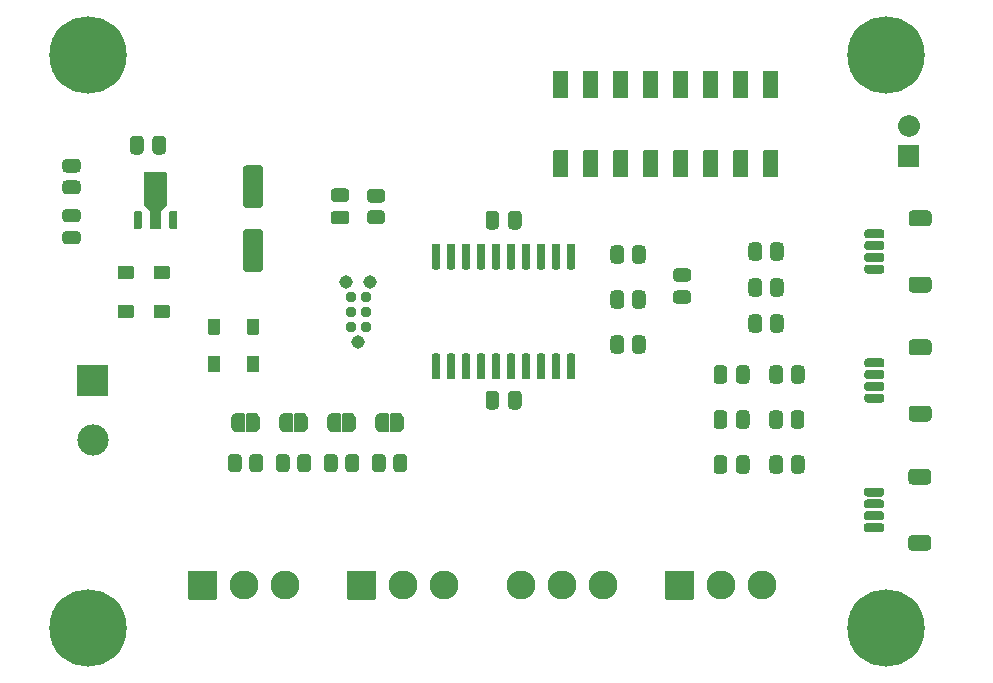
<source format=gts>
G04 #@! TF.GenerationSoftware,KiCad,Pcbnew,6.0.2+dfsg-1*
G04 #@! TF.CreationDate,2024-04-05T20:37:34-06:00*
G04 #@! TF.ProjectId,ckt-iiab,636b742d-6969-4616-922e-6b696361645f,rev?*
G04 #@! TF.SameCoordinates,Original*
G04 #@! TF.FileFunction,Soldermask,Top*
G04 #@! TF.FilePolarity,Negative*
%FSLAX46Y46*%
G04 Gerber Fmt 4.6, Leading zero omitted, Abs format (unit mm)*
G04 Created by KiCad (PCBNEW 6.0.2+dfsg-1) date 2024-04-05 20:37:34*
%MOMM*%
%LPD*%
G01*
G04 APERTURE LIST*
%ADD10C,2.452400*%
%ADD11C,6.552400*%
%ADD12O,1.852400X1.852400*%
%ADD13C,1.143000*%
%ADD14C,0.939800*%
%ADD15C,2.652400*%
G04 APERTURE END LIST*
G36*
G01*
X64229000Y-142476200D02*
X63279000Y-142476200D01*
G75*
G02*
X62952800Y-142150000I0J326200D01*
G01*
X62952800Y-141650000D01*
G75*
G02*
X63279000Y-141323800I326200J0D01*
G01*
X64229000Y-141323800D01*
G75*
G02*
X64555200Y-141650000I0J-326200D01*
G01*
X64555200Y-142150000D01*
G75*
G02*
X64229000Y-142476200I-326200J0D01*
G01*
G37*
G36*
G01*
X64229000Y-140576200D02*
X63279000Y-140576200D01*
G75*
G02*
X62952800Y-140250000I0J326200D01*
G01*
X62952800Y-139750000D01*
G75*
G02*
X63279000Y-139423800I326200J0D01*
G01*
X64229000Y-139423800D01*
G75*
G02*
X64555200Y-139750000I0J-326200D01*
G01*
X64555200Y-140250000D01*
G75*
G02*
X64229000Y-140576200I-326200J0D01*
G01*
G37*
G36*
G01*
X86636800Y-145484000D02*
X86636800Y-144584000D01*
G75*
G02*
X86963000Y-144257800I326200J0D01*
G01*
X87488000Y-144257800D01*
G75*
G02*
X87814200Y-144584000I0J-326200D01*
G01*
X87814200Y-145484000D01*
G75*
G02*
X87488000Y-145810200I-326200J0D01*
G01*
X86963000Y-145810200D01*
G75*
G02*
X86636800Y-145484000I0J326200D01*
G01*
G37*
G36*
G01*
X88461800Y-145484000D02*
X88461800Y-144584000D01*
G75*
G02*
X88788000Y-144257800I326200J0D01*
G01*
X89313000Y-144257800D01*
G75*
G02*
X89639200Y-144584000I0J-326200D01*
G01*
X89639200Y-145484000D01*
G75*
G02*
X89313000Y-145810200I-326200J0D01*
G01*
X88788000Y-145810200D01*
G75*
G02*
X88461800Y-145484000I0J326200D01*
G01*
G37*
G36*
G01*
X109623000Y-146656200D02*
X108373000Y-146656200D01*
G75*
G02*
X108146800Y-146430000I0J226200D01*
G01*
X108146800Y-146130000D01*
G75*
G02*
X108373000Y-145903800I226200J0D01*
G01*
X109623000Y-145903800D01*
G75*
G02*
X109849200Y-146130000I0J-226200D01*
G01*
X109849200Y-146430000D01*
G75*
G02*
X109623000Y-146656200I-226200J0D01*
G01*
G37*
G36*
G01*
X109623000Y-145656200D02*
X108373000Y-145656200D01*
G75*
G02*
X108146800Y-145430000I0J226200D01*
G01*
X108146800Y-145130000D01*
G75*
G02*
X108373000Y-144903800I226200J0D01*
G01*
X109623000Y-144903800D01*
G75*
G02*
X109849200Y-145130000I0J-226200D01*
G01*
X109849200Y-145430000D01*
G75*
G02*
X109623000Y-145656200I-226200J0D01*
G01*
G37*
G36*
G01*
X109623000Y-144656200D02*
X108373000Y-144656200D01*
G75*
G02*
X108146800Y-144430000I0J226200D01*
G01*
X108146800Y-144130000D01*
G75*
G02*
X108373000Y-143903800I226200J0D01*
G01*
X109623000Y-143903800D01*
G75*
G02*
X109849200Y-144130000I0J-226200D01*
G01*
X109849200Y-144430000D01*
G75*
G02*
X109623000Y-144656200I-226200J0D01*
G01*
G37*
G36*
G01*
X109623000Y-143656200D02*
X108373000Y-143656200D01*
G75*
G02*
X108146800Y-143430000I0J226200D01*
G01*
X108146800Y-143130000D01*
G75*
G02*
X108373000Y-142903800I226200J0D01*
G01*
X109623000Y-142903800D01*
G75*
G02*
X109849200Y-143130000I0J-226200D01*
G01*
X109849200Y-143430000D01*
G75*
G02*
X109623000Y-143656200I-226200J0D01*
G01*
G37*
G36*
G01*
X113523000Y-142656200D02*
X112223000Y-142656200D01*
G75*
G02*
X111896800Y-142330000I0J326200D01*
G01*
X111896800Y-141630000D01*
G75*
G02*
X112223000Y-141303800I326200J0D01*
G01*
X113523000Y-141303800D01*
G75*
G02*
X113849200Y-141630000I0J-326200D01*
G01*
X113849200Y-142330000D01*
G75*
G02*
X113523000Y-142656200I-326200J0D01*
G01*
G37*
G36*
G01*
X113523000Y-148256200D02*
X112223000Y-148256200D01*
G75*
G02*
X111896800Y-147930000I0J326200D01*
G01*
X111896800Y-147230000D01*
G75*
G02*
X112223000Y-146903800I326200J0D01*
G01*
X113523000Y-146903800D01*
G75*
G02*
X113849200Y-147230000I0J-326200D01*
G01*
X113849200Y-147930000D01*
G75*
G02*
X113523000Y-148256200I-326200J0D01*
G01*
G37*
G36*
G01*
X66443800Y-163137000D02*
X66443800Y-162237000D01*
G75*
G02*
X66770000Y-161910800I326200J0D01*
G01*
X67295000Y-161910800D01*
G75*
G02*
X67621200Y-162237000I0J-326200D01*
G01*
X67621200Y-163137000D01*
G75*
G02*
X67295000Y-163463200I-326200J0D01*
G01*
X66770000Y-163463200D01*
G75*
G02*
X66443800Y-163137000I0J326200D01*
G01*
G37*
G36*
G01*
X68268800Y-163137000D02*
X68268800Y-162237000D01*
G75*
G02*
X68595000Y-161910800I326200J0D01*
G01*
X69120000Y-161910800D01*
G75*
G02*
X69446200Y-162237000I0J-326200D01*
G01*
X69446200Y-163137000D01*
G75*
G02*
X69120000Y-163463200I-326200J0D01*
G01*
X68595000Y-163463200D01*
G75*
G02*
X68268800Y-163137000I0J326200D01*
G01*
G37*
G36*
G01*
X50899800Y-174181988D02*
X50899800Y-171881988D01*
G75*
G02*
X50976000Y-171805788I76200J0D01*
G01*
X53276000Y-171805788D01*
G75*
G02*
X53352200Y-171881988I0J-76200D01*
G01*
X53352200Y-174181988D01*
G75*
G02*
X53276000Y-174258188I-76200J0D01*
G01*
X50976000Y-174258188D01*
G75*
G02*
X50899800Y-174181988I0J76200D01*
G01*
G37*
D10*
X55626000Y-173031988D03*
X59126000Y-173031988D03*
G36*
G01*
X98427200Y-154719000D02*
X98427200Y-155669000D01*
G75*
G02*
X98101000Y-155995200I-326200J0D01*
G01*
X97601000Y-155995200D01*
G75*
G02*
X97274800Y-155669000I0J326200D01*
G01*
X97274800Y-154719000D01*
G75*
G02*
X97601000Y-154392800I326200J0D01*
G01*
X98101000Y-154392800D01*
G75*
G02*
X98427200Y-154719000I0J-326200D01*
G01*
G37*
G36*
G01*
X96527200Y-154719000D02*
X96527200Y-155669000D01*
G75*
G02*
X96201000Y-155995200I-326200J0D01*
G01*
X95701000Y-155995200D01*
G75*
G02*
X95374800Y-155669000I0J326200D01*
G01*
X95374800Y-154719000D01*
G75*
G02*
X95701000Y-154392800I326200J0D01*
G01*
X96201000Y-154392800D01*
G75*
G02*
X96527200Y-154719000I0J-326200D01*
G01*
G37*
G36*
X59715980Y-158449627D02*
G01*
X59742042Y-158494768D01*
X59743200Y-158508000D01*
X59743200Y-160008000D01*
X59725373Y-160056980D01*
X59680232Y-160083042D01*
X59667000Y-160084200D01*
X59167000Y-160084200D01*
X59152666Y-160078983D01*
X59085663Y-160077755D01*
X59064336Y-160074301D01*
X58929021Y-160032026D01*
X58909520Y-160022725D01*
X58791510Y-159944170D01*
X58775404Y-159929769D01*
X58684184Y-159821250D01*
X58672767Y-159802908D01*
X58615672Y-159673149D01*
X58609862Y-159652340D01*
X58592940Y-159522932D01*
X58591958Y-159521232D01*
X58590800Y-159508000D01*
X58590800Y-159008000D01*
X58591552Y-159005934D01*
X58591744Y-158990167D01*
X58613555Y-158850090D01*
X58619872Y-158829430D01*
X58680120Y-158701105D01*
X58691982Y-158683047D01*
X58785826Y-158576789D01*
X58802279Y-158562787D01*
X58922174Y-158487139D01*
X58941895Y-158478317D01*
X59078202Y-158439360D01*
X59099608Y-158436427D01*
X59147255Y-158436718D01*
X59153768Y-158432958D01*
X59167000Y-158431800D01*
X59667000Y-158431800D01*
X59715980Y-158449627D01*
G37*
G36*
X60481081Y-158436925D02*
G01*
X60541370Y-158437293D01*
X60562738Y-158440487D01*
X60698559Y-158481106D01*
X60718172Y-158490168D01*
X60837134Y-158567275D01*
X60853415Y-158581478D01*
X60945953Y-158688875D01*
X60957592Y-158707076D01*
X61016269Y-158836128D01*
X61022333Y-158856865D01*
X61042430Y-158997198D01*
X61043200Y-159008000D01*
X61043200Y-159508000D01*
X61043194Y-159508929D01*
X61043045Y-159521145D01*
X61041995Y-159532858D01*
X61018475Y-159672659D01*
X61011906Y-159693242D01*
X60950094Y-159820821D01*
X60938013Y-159838732D01*
X60842878Y-159943836D01*
X60826255Y-159957637D01*
X60705445Y-160031814D01*
X60685617Y-160040394D01*
X60548844Y-160077683D01*
X60527404Y-160080353D01*
X60486198Y-160079598D01*
X60480232Y-160083042D01*
X60467000Y-160084200D01*
X59967000Y-160084200D01*
X59918020Y-160066373D01*
X59891958Y-160021232D01*
X59890800Y-160008000D01*
X59890800Y-158508000D01*
X59908627Y-158459020D01*
X59953768Y-158432958D01*
X59967000Y-158431800D01*
X60467000Y-158431800D01*
X60481081Y-158436925D01*
G37*
D11*
X109982000Y-176657000D03*
G36*
G01*
X112813200Y-135807004D02*
X112813200Y-137507004D01*
G75*
G02*
X112737000Y-137583204I-76200J0D01*
G01*
X111037000Y-137583204D01*
G75*
G02*
X110960800Y-137507004I0J76200D01*
G01*
X110960800Y-135807004D01*
G75*
G02*
X111037000Y-135730804I76200J0D01*
G01*
X112737000Y-135730804D01*
G75*
G02*
X112813200Y-135807004I0J-76200D01*
G01*
G37*
D12*
X111887000Y-134117004D03*
G36*
G01*
X67252000Y-142471200D02*
X66352000Y-142471200D01*
G75*
G02*
X66025800Y-142145000I0J326200D01*
G01*
X66025800Y-141620000D01*
G75*
G02*
X66352000Y-141293800I326200J0D01*
G01*
X67252000Y-141293800D01*
G75*
G02*
X67578200Y-141620000I0J-326200D01*
G01*
X67578200Y-142145000D01*
G75*
G02*
X67252000Y-142471200I-326200J0D01*
G01*
G37*
G36*
G01*
X67252000Y-140646200D02*
X66352000Y-140646200D01*
G75*
G02*
X66025800Y-140320000I0J326200D01*
G01*
X66025800Y-139795000D01*
G75*
G02*
X66352000Y-139468800I326200J0D01*
G01*
X67252000Y-139468800D01*
G75*
G02*
X67578200Y-139795000I0J-326200D01*
G01*
X67578200Y-140320000D01*
G75*
G02*
X67252000Y-140646200I-326200J0D01*
G01*
G37*
G36*
G01*
X100075300Y-159454000D02*
X100075300Y-158554000D01*
G75*
G02*
X100401500Y-158227800I326200J0D01*
G01*
X100926500Y-158227800D01*
G75*
G02*
X101252700Y-158554000I0J-326200D01*
G01*
X101252700Y-159454000D01*
G75*
G02*
X100926500Y-159780200I-326200J0D01*
G01*
X100401500Y-159780200D01*
G75*
G02*
X100075300Y-159454000I0J326200D01*
G01*
G37*
G36*
G01*
X101900300Y-159454000D02*
X101900300Y-158554000D01*
G75*
G02*
X102226500Y-158227800I326200J0D01*
G01*
X102751500Y-158227800D01*
G75*
G02*
X103077700Y-158554000I0J-326200D01*
G01*
X103077700Y-159454000D01*
G75*
G02*
X102751500Y-159780200I-326200J0D01*
G01*
X102226500Y-159780200D01*
G75*
G02*
X101900300Y-159454000I0J326200D01*
G01*
G37*
D11*
X109982000Y-128143000D03*
G36*
G01*
X58315800Y-163137000D02*
X58315800Y-162237000D01*
G75*
G02*
X58642000Y-161910800I326200J0D01*
G01*
X59167000Y-161910800D01*
G75*
G02*
X59493200Y-162237000I0J-326200D01*
G01*
X59493200Y-163137000D01*
G75*
G02*
X59167000Y-163463200I-326200J0D01*
G01*
X58642000Y-163463200D01*
G75*
G02*
X58315800Y-163137000I0J326200D01*
G01*
G37*
G36*
G01*
X60140800Y-163137000D02*
X60140800Y-162237000D01*
G75*
G02*
X60467000Y-161910800I326200J0D01*
G01*
X60992000Y-161910800D01*
G75*
G02*
X61318200Y-162237000I0J-326200D01*
G01*
X61318200Y-163137000D01*
G75*
G02*
X60992000Y-163463200I-326200J0D01*
G01*
X60467000Y-163463200D01*
G75*
G02*
X60140800Y-163137000I0J326200D01*
G01*
G37*
G36*
G01*
X48041000Y-146032800D02*
X49241000Y-146032800D01*
G75*
G02*
X49317200Y-146109000I0J-76200D01*
G01*
X49317200Y-147009000D01*
G75*
G02*
X49241000Y-147085200I-76200J0D01*
G01*
X48041000Y-147085200D01*
G75*
G02*
X47964800Y-147009000I0J76200D01*
G01*
X47964800Y-146109000D01*
G75*
G02*
X48041000Y-146032800I76200J0D01*
G01*
G37*
G36*
G01*
X48041000Y-149332800D02*
X49241000Y-149332800D01*
G75*
G02*
X49317200Y-149409000I0J-76200D01*
G01*
X49317200Y-150309000D01*
G75*
G02*
X49241000Y-150385200I-76200J0D01*
G01*
X48041000Y-150385200D01*
G75*
G02*
X47964800Y-150309000I0J76200D01*
G01*
X47964800Y-149409000D01*
G75*
G02*
X48041000Y-149332800I76200J0D01*
G01*
G37*
G36*
G01*
X79123200Y-141638000D02*
X79123200Y-142588000D01*
G75*
G02*
X78797000Y-142914200I-326200J0D01*
G01*
X78297000Y-142914200D01*
G75*
G02*
X77970800Y-142588000I0J326200D01*
G01*
X77970800Y-141638000D01*
G75*
G02*
X78297000Y-141311800I326200J0D01*
G01*
X78797000Y-141311800D01*
G75*
G02*
X79123200Y-141638000I0J-326200D01*
G01*
G37*
G36*
G01*
X77223200Y-141638000D02*
X77223200Y-142588000D01*
G75*
G02*
X76897000Y-142914200I-326200J0D01*
G01*
X76397000Y-142914200D01*
G75*
G02*
X76070800Y-142588000I0J326200D01*
G01*
X76070800Y-141638000D01*
G75*
G02*
X76397000Y-141311800I326200J0D01*
G01*
X76897000Y-141311800D01*
G75*
G02*
X77223200Y-141638000I0J-326200D01*
G01*
G37*
G36*
G01*
X55838000Y-137459800D02*
X56938000Y-137459800D01*
G75*
G02*
X57264200Y-137786000I0J-326200D01*
G01*
X57264200Y-140786000D01*
G75*
G02*
X56938000Y-141112200I-326200J0D01*
G01*
X55838000Y-141112200D01*
G75*
G02*
X55511800Y-140786000I0J326200D01*
G01*
X55511800Y-137786000D01*
G75*
G02*
X55838000Y-137459800I326200J0D01*
G01*
G37*
G36*
G01*
X55838000Y-142859800D02*
X56938000Y-142859800D01*
G75*
G02*
X57264200Y-143186000I0J-326200D01*
G01*
X57264200Y-146186000D01*
G75*
G02*
X56938000Y-146512200I-326200J0D01*
G01*
X55838000Y-146512200D01*
G75*
G02*
X55511800Y-146186000I0J326200D01*
G01*
X55511800Y-143186000D01*
G75*
G02*
X55838000Y-142859800I326200J0D01*
G01*
G37*
G36*
G01*
X109590996Y-168524203D02*
X108340996Y-168524203D01*
G75*
G02*
X108114796Y-168298003I0J226200D01*
G01*
X108114796Y-167998003D01*
G75*
G02*
X108340996Y-167771803I226200J0D01*
G01*
X109590996Y-167771803D01*
G75*
G02*
X109817196Y-167998003I0J-226200D01*
G01*
X109817196Y-168298003D01*
G75*
G02*
X109590996Y-168524203I-226200J0D01*
G01*
G37*
G36*
G01*
X109590996Y-167524203D02*
X108340996Y-167524203D01*
G75*
G02*
X108114796Y-167298003I0J226200D01*
G01*
X108114796Y-166998003D01*
G75*
G02*
X108340996Y-166771803I226200J0D01*
G01*
X109590996Y-166771803D01*
G75*
G02*
X109817196Y-166998003I0J-226200D01*
G01*
X109817196Y-167298003D01*
G75*
G02*
X109590996Y-167524203I-226200J0D01*
G01*
G37*
G36*
G01*
X109590996Y-166524203D02*
X108340996Y-166524203D01*
G75*
G02*
X108114796Y-166298003I0J226200D01*
G01*
X108114796Y-165998003D01*
G75*
G02*
X108340996Y-165771803I226200J0D01*
G01*
X109590996Y-165771803D01*
G75*
G02*
X109817196Y-165998003I0J-226200D01*
G01*
X109817196Y-166298003D01*
G75*
G02*
X109590996Y-166524203I-226200J0D01*
G01*
G37*
G36*
G01*
X109590996Y-165524203D02*
X108340996Y-165524203D01*
G75*
G02*
X108114796Y-165298003I0J226200D01*
G01*
X108114796Y-164998003D01*
G75*
G02*
X108340996Y-164771803I226200J0D01*
G01*
X109590996Y-164771803D01*
G75*
G02*
X109817196Y-164998003I0J-226200D01*
G01*
X109817196Y-165298003D01*
G75*
G02*
X109590996Y-165524203I-226200J0D01*
G01*
G37*
G36*
G01*
X113490996Y-170124203D02*
X112190996Y-170124203D01*
G75*
G02*
X111864796Y-169798003I0J326200D01*
G01*
X111864796Y-169098003D01*
G75*
G02*
X112190996Y-168771803I326200J0D01*
G01*
X113490996Y-168771803D01*
G75*
G02*
X113817196Y-169098003I0J-326200D01*
G01*
X113817196Y-169798003D01*
G75*
G02*
X113490996Y-170124203I-326200J0D01*
G01*
G37*
G36*
G01*
X113490996Y-164524203D02*
X112190996Y-164524203D01*
G75*
G02*
X111864796Y-164198003I0J326200D01*
G01*
X111864796Y-163498003D01*
G75*
G02*
X112190996Y-163171803I326200J0D01*
G01*
X113490996Y-163171803D01*
G75*
G02*
X113817196Y-163498003I0J-326200D01*
G01*
X113817196Y-164198003D01*
G75*
G02*
X113490996Y-164524203I-326200J0D01*
G01*
G37*
G36*
G01*
X100098800Y-163264000D02*
X100098800Y-162364000D01*
G75*
G02*
X100425000Y-162037800I326200J0D01*
G01*
X100950000Y-162037800D01*
G75*
G02*
X101276200Y-162364000I0J-326200D01*
G01*
X101276200Y-163264000D01*
G75*
G02*
X100950000Y-163590200I-326200J0D01*
G01*
X100425000Y-163590200D01*
G75*
G02*
X100098800Y-163264000I0J326200D01*
G01*
G37*
G36*
G01*
X101923800Y-163264000D02*
X101923800Y-162364000D01*
G75*
G02*
X102250000Y-162037800I326200J0D01*
G01*
X102775000Y-162037800D01*
G75*
G02*
X103101200Y-162364000I0J-326200D01*
G01*
X103101200Y-163264000D01*
G75*
G02*
X102775000Y-163590200I-326200J0D01*
G01*
X102250000Y-163590200D01*
G75*
G02*
X101923800Y-163264000I0J326200D01*
G01*
G37*
X42418000Y-176657000D03*
G36*
G01*
X54251800Y-163137000D02*
X54251800Y-162237000D01*
G75*
G02*
X54578000Y-161910800I326200J0D01*
G01*
X55103000Y-161910800D01*
G75*
G02*
X55429200Y-162237000I0J-326200D01*
G01*
X55429200Y-163137000D01*
G75*
G02*
X55103000Y-163463200I-326200J0D01*
G01*
X54578000Y-163463200D01*
G75*
G02*
X54251800Y-163137000I0J326200D01*
G01*
G37*
G36*
G01*
X56076800Y-163137000D02*
X56076800Y-162237000D01*
G75*
G02*
X56403000Y-161910800I326200J0D01*
G01*
X56928000Y-161910800D01*
G75*
G02*
X57254200Y-162237000I0J-326200D01*
G01*
X57254200Y-163137000D01*
G75*
G02*
X56928000Y-163463200I-326200J0D01*
G01*
X56403000Y-163463200D01*
G75*
G02*
X56076800Y-163137000I0J326200D01*
G01*
G37*
X42418000Y-128143000D03*
G36*
X55651980Y-158449627D02*
G01*
X55678042Y-158494768D01*
X55679200Y-158508000D01*
X55679200Y-160008000D01*
X55661373Y-160056980D01*
X55616232Y-160083042D01*
X55603000Y-160084200D01*
X55103000Y-160084200D01*
X55088666Y-160078983D01*
X55021663Y-160077755D01*
X55000336Y-160074301D01*
X54865021Y-160032026D01*
X54845520Y-160022725D01*
X54727510Y-159944170D01*
X54711404Y-159929769D01*
X54620184Y-159821250D01*
X54608767Y-159802908D01*
X54551672Y-159673149D01*
X54545862Y-159652340D01*
X54528940Y-159522932D01*
X54527958Y-159521232D01*
X54526800Y-159508000D01*
X54526800Y-159008000D01*
X54527552Y-159005934D01*
X54527744Y-158990167D01*
X54549555Y-158850090D01*
X54555872Y-158829430D01*
X54616120Y-158701105D01*
X54627982Y-158683047D01*
X54721826Y-158576789D01*
X54738279Y-158562787D01*
X54858174Y-158487139D01*
X54877895Y-158478317D01*
X55014202Y-158439360D01*
X55035608Y-158436427D01*
X55083255Y-158436718D01*
X55089768Y-158432958D01*
X55103000Y-158431800D01*
X55603000Y-158431800D01*
X55651980Y-158449627D01*
G37*
G36*
X56417081Y-158436925D02*
G01*
X56477370Y-158437293D01*
X56498738Y-158440487D01*
X56634559Y-158481106D01*
X56654172Y-158490168D01*
X56773134Y-158567275D01*
X56789415Y-158581478D01*
X56881953Y-158688875D01*
X56893592Y-158707076D01*
X56952269Y-158836128D01*
X56958333Y-158856865D01*
X56978430Y-158997198D01*
X56979200Y-159008000D01*
X56979200Y-159508000D01*
X56979194Y-159508929D01*
X56979045Y-159521145D01*
X56977995Y-159532858D01*
X56954475Y-159672659D01*
X56947906Y-159693242D01*
X56886094Y-159820821D01*
X56874013Y-159838732D01*
X56778878Y-159943836D01*
X56762255Y-159957637D01*
X56641445Y-160031814D01*
X56621617Y-160040394D01*
X56484844Y-160077683D01*
X56463404Y-160080353D01*
X56422198Y-160079598D01*
X56416232Y-160083042D01*
X56403000Y-160084200D01*
X55903000Y-160084200D01*
X55854020Y-160066373D01*
X55827958Y-160021232D01*
X55826800Y-160008000D01*
X55826800Y-158508000D01*
X55844627Y-158459020D01*
X55889768Y-158432958D01*
X55903000Y-158431800D01*
X56403000Y-158431800D01*
X56417081Y-158436925D01*
G37*
G36*
G01*
X52560800Y-154905000D02*
X52560800Y-153705000D01*
G75*
G02*
X52637000Y-153628800I76200J0D01*
G01*
X53537000Y-153628800D01*
G75*
G02*
X53613200Y-153705000I0J-76200D01*
G01*
X53613200Y-154905000D01*
G75*
G02*
X53537000Y-154981200I-76200J0D01*
G01*
X52637000Y-154981200D01*
G75*
G02*
X52560800Y-154905000I0J76200D01*
G01*
G37*
G36*
G01*
X55860800Y-154905000D02*
X55860800Y-153705000D01*
G75*
G02*
X55937000Y-153628800I76200J0D01*
G01*
X56837000Y-153628800D01*
G75*
G02*
X56913200Y-153705000I0J-76200D01*
G01*
X56913200Y-154905000D01*
G75*
G02*
X56837000Y-154981200I-76200J0D01*
G01*
X55937000Y-154981200D01*
G75*
G02*
X55860800Y-154905000I0J76200D01*
G01*
G37*
G36*
G01*
X52560800Y-151730000D02*
X52560800Y-150530000D01*
G75*
G02*
X52637000Y-150453800I76200J0D01*
G01*
X53537000Y-150453800D01*
G75*
G02*
X53613200Y-150530000I0J-76200D01*
G01*
X53613200Y-151730000D01*
G75*
G02*
X53537000Y-151806200I-76200J0D01*
G01*
X52637000Y-151806200D01*
G75*
G02*
X52560800Y-151730000I0J76200D01*
G01*
G37*
G36*
G01*
X55860800Y-151730000D02*
X55860800Y-150530000D01*
G75*
G02*
X55937000Y-150453800I76200J0D01*
G01*
X56837000Y-150453800D01*
G75*
G02*
X56913200Y-150530000I0J-76200D01*
G01*
X56913200Y-151730000D01*
G75*
G02*
X56837000Y-151806200I-76200J0D01*
G01*
X55937000Y-151806200D01*
G75*
G02*
X55860800Y-151730000I0J76200D01*
G01*
G37*
G36*
G01*
X99643000Y-129463800D02*
X100763000Y-129463800D01*
G75*
G02*
X100839200Y-129540000I0J-76200D01*
G01*
X100839200Y-131700000D01*
G75*
G02*
X100763000Y-131776200I-76200J0D01*
G01*
X99643000Y-131776200D01*
G75*
G02*
X99566800Y-131700000I0J76200D01*
G01*
X99566800Y-129540000D01*
G75*
G02*
X99643000Y-129463800I76200J0D01*
G01*
G37*
G36*
G01*
X97103000Y-129463800D02*
X98223000Y-129463800D01*
G75*
G02*
X98299200Y-129540000I0J-76200D01*
G01*
X98299200Y-131700000D01*
G75*
G02*
X98223000Y-131776200I-76200J0D01*
G01*
X97103000Y-131776200D01*
G75*
G02*
X97026800Y-131700000I0J76200D01*
G01*
X97026800Y-129540000D01*
G75*
G02*
X97103000Y-129463800I76200J0D01*
G01*
G37*
G36*
G01*
X94563000Y-129463800D02*
X95683000Y-129463800D01*
G75*
G02*
X95759200Y-129540000I0J-76200D01*
G01*
X95759200Y-131700000D01*
G75*
G02*
X95683000Y-131776200I-76200J0D01*
G01*
X94563000Y-131776200D01*
G75*
G02*
X94486800Y-131700000I0J76200D01*
G01*
X94486800Y-129540000D01*
G75*
G02*
X94563000Y-129463800I76200J0D01*
G01*
G37*
G36*
G01*
X92023000Y-129463800D02*
X93143000Y-129463800D01*
G75*
G02*
X93219200Y-129540000I0J-76200D01*
G01*
X93219200Y-131700000D01*
G75*
G02*
X93143000Y-131776200I-76200J0D01*
G01*
X92023000Y-131776200D01*
G75*
G02*
X91946800Y-131700000I0J76200D01*
G01*
X91946800Y-129540000D01*
G75*
G02*
X92023000Y-129463800I76200J0D01*
G01*
G37*
G36*
G01*
X89483000Y-129463800D02*
X90603000Y-129463800D01*
G75*
G02*
X90679200Y-129540000I0J-76200D01*
G01*
X90679200Y-131700000D01*
G75*
G02*
X90603000Y-131776200I-76200J0D01*
G01*
X89483000Y-131776200D01*
G75*
G02*
X89406800Y-131700000I0J76200D01*
G01*
X89406800Y-129540000D01*
G75*
G02*
X89483000Y-129463800I76200J0D01*
G01*
G37*
G36*
G01*
X86943000Y-129463800D02*
X88063000Y-129463800D01*
G75*
G02*
X88139200Y-129540000I0J-76200D01*
G01*
X88139200Y-131700000D01*
G75*
G02*
X88063000Y-131776200I-76200J0D01*
G01*
X86943000Y-131776200D01*
G75*
G02*
X86866800Y-131700000I0J76200D01*
G01*
X86866800Y-129540000D01*
G75*
G02*
X86943000Y-129463800I76200J0D01*
G01*
G37*
G36*
G01*
X84403000Y-129463800D02*
X85523000Y-129463800D01*
G75*
G02*
X85599200Y-129540000I0J-76200D01*
G01*
X85599200Y-131700000D01*
G75*
G02*
X85523000Y-131776200I-76200J0D01*
G01*
X84403000Y-131776200D01*
G75*
G02*
X84326800Y-131700000I0J76200D01*
G01*
X84326800Y-129540000D01*
G75*
G02*
X84403000Y-129463800I76200J0D01*
G01*
G37*
G36*
G01*
X81863000Y-129463800D02*
X82983000Y-129463800D01*
G75*
G02*
X83059200Y-129540000I0J-76200D01*
G01*
X83059200Y-131700000D01*
G75*
G02*
X82983000Y-131776200I-76200J0D01*
G01*
X81863000Y-131776200D01*
G75*
G02*
X81786800Y-131700000I0J76200D01*
G01*
X81786800Y-129540000D01*
G75*
G02*
X81863000Y-129463800I76200J0D01*
G01*
G37*
G36*
G01*
X81863000Y-136193800D02*
X82983000Y-136193800D01*
G75*
G02*
X83059200Y-136270000I0J-76200D01*
G01*
X83059200Y-138430000D01*
G75*
G02*
X82983000Y-138506200I-76200J0D01*
G01*
X81863000Y-138506200D01*
G75*
G02*
X81786800Y-138430000I0J76200D01*
G01*
X81786800Y-136270000D01*
G75*
G02*
X81863000Y-136193800I76200J0D01*
G01*
G37*
G36*
G01*
X84403000Y-136193800D02*
X85523000Y-136193800D01*
G75*
G02*
X85599200Y-136270000I0J-76200D01*
G01*
X85599200Y-138430000D01*
G75*
G02*
X85523000Y-138506200I-76200J0D01*
G01*
X84403000Y-138506200D01*
G75*
G02*
X84326800Y-138430000I0J76200D01*
G01*
X84326800Y-136270000D01*
G75*
G02*
X84403000Y-136193800I76200J0D01*
G01*
G37*
G36*
G01*
X86943000Y-136193800D02*
X88063000Y-136193800D01*
G75*
G02*
X88139200Y-136270000I0J-76200D01*
G01*
X88139200Y-138430000D01*
G75*
G02*
X88063000Y-138506200I-76200J0D01*
G01*
X86943000Y-138506200D01*
G75*
G02*
X86866800Y-138430000I0J76200D01*
G01*
X86866800Y-136270000D01*
G75*
G02*
X86943000Y-136193800I76200J0D01*
G01*
G37*
G36*
G01*
X89483000Y-136193800D02*
X90603000Y-136193800D01*
G75*
G02*
X90679200Y-136270000I0J-76200D01*
G01*
X90679200Y-138430000D01*
G75*
G02*
X90603000Y-138506200I-76200J0D01*
G01*
X89483000Y-138506200D01*
G75*
G02*
X89406800Y-138430000I0J76200D01*
G01*
X89406800Y-136270000D01*
G75*
G02*
X89483000Y-136193800I76200J0D01*
G01*
G37*
G36*
G01*
X92023000Y-136193800D02*
X93143000Y-136193800D01*
G75*
G02*
X93219200Y-136270000I0J-76200D01*
G01*
X93219200Y-138430000D01*
G75*
G02*
X93143000Y-138506200I-76200J0D01*
G01*
X92023000Y-138506200D01*
G75*
G02*
X91946800Y-138430000I0J76200D01*
G01*
X91946800Y-136270000D01*
G75*
G02*
X92023000Y-136193800I76200J0D01*
G01*
G37*
G36*
G01*
X94563000Y-136193800D02*
X95683000Y-136193800D01*
G75*
G02*
X95759200Y-136270000I0J-76200D01*
G01*
X95759200Y-138430000D01*
G75*
G02*
X95683000Y-138506200I-76200J0D01*
G01*
X94563000Y-138506200D01*
G75*
G02*
X94486800Y-138430000I0J76200D01*
G01*
X94486800Y-136270000D01*
G75*
G02*
X94563000Y-136193800I76200J0D01*
G01*
G37*
G36*
G01*
X97103000Y-136193800D02*
X98223000Y-136193800D01*
G75*
G02*
X98299200Y-136270000I0J-76200D01*
G01*
X98299200Y-138430000D01*
G75*
G02*
X98223000Y-138506200I-76200J0D01*
G01*
X97103000Y-138506200D01*
G75*
G02*
X97026800Y-138430000I0J76200D01*
G01*
X97026800Y-136270000D01*
G75*
G02*
X97103000Y-136193800I76200J0D01*
G01*
G37*
G36*
G01*
X99643000Y-136193800D02*
X100763000Y-136193800D01*
G75*
G02*
X100839200Y-136270000I0J-76200D01*
G01*
X100839200Y-138430000D01*
G75*
G02*
X100763000Y-138506200I-76200J0D01*
G01*
X99643000Y-138506200D01*
G75*
G02*
X99566800Y-138430000I0J76200D01*
G01*
X99566800Y-136270000D01*
G75*
G02*
X99643000Y-136193800I76200J0D01*
G01*
G37*
G36*
G01*
X98427200Y-162339000D02*
X98427200Y-163289000D01*
G75*
G02*
X98101000Y-163615200I-326200J0D01*
G01*
X97601000Y-163615200D01*
G75*
G02*
X97274800Y-163289000I0J326200D01*
G01*
X97274800Y-162339000D01*
G75*
G02*
X97601000Y-162012800I326200J0D01*
G01*
X98101000Y-162012800D01*
G75*
G02*
X98427200Y-162339000I0J-326200D01*
G01*
G37*
G36*
G01*
X96527200Y-162339000D02*
X96527200Y-163289000D01*
G75*
G02*
X96201000Y-163615200I-326200J0D01*
G01*
X95701000Y-163615200D01*
G75*
G02*
X95374800Y-163289000I0J326200D01*
G01*
X95374800Y-162339000D01*
G75*
G02*
X95701000Y-162012800I326200J0D01*
G01*
X96201000Y-162012800D01*
G75*
G02*
X96527200Y-162339000I0J-326200D01*
G01*
G37*
G36*
G01*
X41477250Y-144170700D02*
X40564750Y-144170700D01*
G75*
G02*
X40244800Y-143850750I0J319950D01*
G01*
X40244800Y-143363250D01*
G75*
G02*
X40564750Y-143043300I319950J0D01*
G01*
X41477250Y-143043300D01*
G75*
G02*
X41797200Y-143363250I0J-319950D01*
G01*
X41797200Y-143850750D01*
G75*
G02*
X41477250Y-144170700I-319950J0D01*
G01*
G37*
G36*
G01*
X41477250Y-142295700D02*
X40564750Y-142295700D01*
G75*
G02*
X40244800Y-141975750I0J319950D01*
G01*
X40244800Y-141488250D01*
G75*
G02*
X40564750Y-141168300I319950J0D01*
G01*
X41477250Y-141168300D01*
G75*
G02*
X41797200Y-141488250I0J-319950D01*
G01*
X41797200Y-141975750D01*
G75*
G02*
X41477250Y-142295700I-319950J0D01*
G01*
G37*
G36*
G01*
X62379800Y-163137000D02*
X62379800Y-162237000D01*
G75*
G02*
X62706000Y-161910800I326200J0D01*
G01*
X63231000Y-161910800D01*
G75*
G02*
X63557200Y-162237000I0J-326200D01*
G01*
X63557200Y-163137000D01*
G75*
G02*
X63231000Y-163463200I-326200J0D01*
G01*
X62706000Y-163463200D01*
G75*
G02*
X62379800Y-163137000I0J326200D01*
G01*
G37*
G36*
G01*
X64204800Y-163137000D02*
X64204800Y-162237000D01*
G75*
G02*
X64531000Y-161910800I326200J0D01*
G01*
X65056000Y-161910800D01*
G75*
G02*
X65382200Y-162237000I0J-326200D01*
G01*
X65382200Y-163137000D01*
G75*
G02*
X65056000Y-163463200I-326200J0D01*
G01*
X64531000Y-163463200D01*
G75*
G02*
X64204800Y-163137000I0J326200D01*
G01*
G37*
D13*
X66294000Y-147320000D03*
X64262000Y-147320000D03*
X65278000Y-152400000D03*
D14*
X65913000Y-151130000D03*
X64643000Y-151130000D03*
X65913000Y-149860000D03*
X64643000Y-149860000D03*
X65913000Y-148590000D03*
X64643000Y-148590000D03*
G36*
G01*
X101323200Y-147378000D02*
X101323200Y-148278000D01*
G75*
G02*
X100997000Y-148604200I-326200J0D01*
G01*
X100472000Y-148604200D01*
G75*
G02*
X100145800Y-148278000I0J326200D01*
G01*
X100145800Y-147378000D01*
G75*
G02*
X100472000Y-147051800I326200J0D01*
G01*
X100997000Y-147051800D01*
G75*
G02*
X101323200Y-147378000I0J-326200D01*
G01*
G37*
G36*
G01*
X99498200Y-147378000D02*
X99498200Y-148278000D01*
G75*
G02*
X99172000Y-148604200I-326200J0D01*
G01*
X98647000Y-148604200D01*
G75*
G02*
X98320800Y-148278000I0J326200D01*
G01*
X98320800Y-147378000D01*
G75*
G02*
X98647000Y-147051800I326200J0D01*
G01*
X99172000Y-147051800D01*
G75*
G02*
X99498200Y-147378000I0J-326200D01*
G01*
G37*
G36*
G01*
X41549000Y-154375800D02*
X44049000Y-154375800D01*
G75*
G02*
X44125200Y-154452000I0J-76200D01*
G01*
X44125200Y-156952000D01*
G75*
G02*
X44049000Y-157028200I-76200J0D01*
G01*
X41549000Y-157028200D01*
G75*
G02*
X41472800Y-156952000I0J76200D01*
G01*
X41472800Y-154452000D01*
G75*
G02*
X41549000Y-154375800I76200J0D01*
G01*
G37*
D15*
X42799000Y-160702000D03*
G36*
G01*
X89639200Y-152204000D02*
X89639200Y-153104000D01*
G75*
G02*
X89313000Y-153430200I-326200J0D01*
G01*
X88788000Y-153430200D01*
G75*
G02*
X88461800Y-153104000I0J326200D01*
G01*
X88461800Y-152204000D01*
G75*
G02*
X88788000Y-151877800I326200J0D01*
G01*
X89313000Y-151877800D01*
G75*
G02*
X89639200Y-152204000I0J-326200D01*
G01*
G37*
G36*
G01*
X87814200Y-152204000D02*
X87814200Y-153104000D01*
G75*
G02*
X87488000Y-153430200I-326200J0D01*
G01*
X86963000Y-153430200D01*
G75*
G02*
X86636800Y-153104000I0J326200D01*
G01*
X86636800Y-152204000D01*
G75*
G02*
X86963000Y-151877800I326200J0D01*
G01*
X87488000Y-151877800D01*
G75*
G02*
X87814200Y-152204000I0J-326200D01*
G01*
G37*
G36*
X63779980Y-158449627D02*
G01*
X63806042Y-158494768D01*
X63807200Y-158508000D01*
X63807200Y-160008000D01*
X63789373Y-160056980D01*
X63744232Y-160083042D01*
X63731000Y-160084200D01*
X63231000Y-160084200D01*
X63216666Y-160078983D01*
X63149663Y-160077755D01*
X63128336Y-160074301D01*
X62993021Y-160032026D01*
X62973520Y-160022725D01*
X62855510Y-159944170D01*
X62839404Y-159929769D01*
X62748184Y-159821250D01*
X62736767Y-159802908D01*
X62679672Y-159673149D01*
X62673862Y-159652340D01*
X62656940Y-159522932D01*
X62655958Y-159521232D01*
X62654800Y-159508000D01*
X62654800Y-159008000D01*
X62655552Y-159005934D01*
X62655744Y-158990167D01*
X62677555Y-158850090D01*
X62683872Y-158829430D01*
X62744120Y-158701105D01*
X62755982Y-158683047D01*
X62849826Y-158576789D01*
X62866279Y-158562787D01*
X62986174Y-158487139D01*
X63005895Y-158478317D01*
X63142202Y-158439360D01*
X63163608Y-158436427D01*
X63211255Y-158436718D01*
X63217768Y-158432958D01*
X63231000Y-158431800D01*
X63731000Y-158431800D01*
X63779980Y-158449627D01*
G37*
G36*
X64545081Y-158436925D02*
G01*
X64605370Y-158437293D01*
X64626738Y-158440487D01*
X64762559Y-158481106D01*
X64782172Y-158490168D01*
X64901134Y-158567275D01*
X64917415Y-158581478D01*
X65009953Y-158688875D01*
X65021592Y-158707076D01*
X65080269Y-158836128D01*
X65086333Y-158856865D01*
X65106430Y-158997198D01*
X65107200Y-159008000D01*
X65107200Y-159508000D01*
X65107194Y-159508929D01*
X65107045Y-159521145D01*
X65105995Y-159532858D01*
X65082475Y-159672659D01*
X65075906Y-159693242D01*
X65014094Y-159820821D01*
X65002013Y-159838732D01*
X64906878Y-159943836D01*
X64890255Y-159957637D01*
X64769445Y-160031814D01*
X64749617Y-160040394D01*
X64612844Y-160077683D01*
X64591404Y-160080353D01*
X64550198Y-160079598D01*
X64544232Y-160083042D01*
X64531000Y-160084200D01*
X64031000Y-160084200D01*
X63982020Y-160066373D01*
X63955958Y-160021232D01*
X63954800Y-160008000D01*
X63954800Y-158508000D01*
X63972627Y-158459020D01*
X64017768Y-158432958D01*
X64031000Y-158431800D01*
X64531000Y-158431800D01*
X64545081Y-158436925D01*
G37*
G36*
G01*
X86636800Y-149294000D02*
X86636800Y-148394000D01*
G75*
G02*
X86963000Y-148067800I326200J0D01*
G01*
X87488000Y-148067800D01*
G75*
G02*
X87814200Y-148394000I0J-326200D01*
G01*
X87814200Y-149294000D01*
G75*
G02*
X87488000Y-149620200I-326200J0D01*
G01*
X86963000Y-149620200D01*
G75*
G02*
X86636800Y-149294000I0J326200D01*
G01*
G37*
G36*
G01*
X88461800Y-149294000D02*
X88461800Y-148394000D01*
G75*
G02*
X88788000Y-148067800I326200J0D01*
G01*
X89313000Y-148067800D01*
G75*
G02*
X89639200Y-148394000I0J-326200D01*
G01*
X89639200Y-149294000D01*
G75*
G02*
X89313000Y-149620200I-326200J0D01*
G01*
X88788000Y-149620200D01*
G75*
G02*
X88461800Y-149294000I0J326200D01*
G01*
G37*
G36*
G01*
X72032000Y-155611200D02*
X71732000Y-155611200D01*
G75*
G02*
X71505800Y-155385000I0J226200D01*
G01*
X71505800Y-153635000D01*
G75*
G02*
X71732000Y-153408800I226200J0D01*
G01*
X72032000Y-153408800D01*
G75*
G02*
X72258200Y-153635000I0J-226200D01*
G01*
X72258200Y-155385000D01*
G75*
G02*
X72032000Y-155611200I-226200J0D01*
G01*
G37*
G36*
G01*
X73302000Y-155611200D02*
X73002000Y-155611200D01*
G75*
G02*
X72775800Y-155385000I0J226200D01*
G01*
X72775800Y-153635000D01*
G75*
G02*
X73002000Y-153408800I226200J0D01*
G01*
X73302000Y-153408800D01*
G75*
G02*
X73528200Y-153635000I0J-226200D01*
G01*
X73528200Y-155385000D01*
G75*
G02*
X73302000Y-155611200I-226200J0D01*
G01*
G37*
G36*
G01*
X74572000Y-155611200D02*
X74272000Y-155611200D01*
G75*
G02*
X74045800Y-155385000I0J226200D01*
G01*
X74045800Y-153635000D01*
G75*
G02*
X74272000Y-153408800I226200J0D01*
G01*
X74572000Y-153408800D01*
G75*
G02*
X74798200Y-153635000I0J-226200D01*
G01*
X74798200Y-155385000D01*
G75*
G02*
X74572000Y-155611200I-226200J0D01*
G01*
G37*
G36*
G01*
X75842000Y-155611200D02*
X75542000Y-155611200D01*
G75*
G02*
X75315800Y-155385000I0J226200D01*
G01*
X75315800Y-153635000D01*
G75*
G02*
X75542000Y-153408800I226200J0D01*
G01*
X75842000Y-153408800D01*
G75*
G02*
X76068200Y-153635000I0J-226200D01*
G01*
X76068200Y-155385000D01*
G75*
G02*
X75842000Y-155611200I-226200J0D01*
G01*
G37*
G36*
G01*
X77112000Y-155611200D02*
X76812000Y-155611200D01*
G75*
G02*
X76585800Y-155385000I0J226200D01*
G01*
X76585800Y-153635000D01*
G75*
G02*
X76812000Y-153408800I226200J0D01*
G01*
X77112000Y-153408800D01*
G75*
G02*
X77338200Y-153635000I0J-226200D01*
G01*
X77338200Y-155385000D01*
G75*
G02*
X77112000Y-155611200I-226200J0D01*
G01*
G37*
G36*
G01*
X78382000Y-155611200D02*
X78082000Y-155611200D01*
G75*
G02*
X77855800Y-155385000I0J226200D01*
G01*
X77855800Y-153635000D01*
G75*
G02*
X78082000Y-153408800I226200J0D01*
G01*
X78382000Y-153408800D01*
G75*
G02*
X78608200Y-153635000I0J-226200D01*
G01*
X78608200Y-155385000D01*
G75*
G02*
X78382000Y-155611200I-226200J0D01*
G01*
G37*
G36*
G01*
X79652000Y-155611200D02*
X79352000Y-155611200D01*
G75*
G02*
X79125800Y-155385000I0J226200D01*
G01*
X79125800Y-153635000D01*
G75*
G02*
X79352000Y-153408800I226200J0D01*
G01*
X79652000Y-153408800D01*
G75*
G02*
X79878200Y-153635000I0J-226200D01*
G01*
X79878200Y-155385000D01*
G75*
G02*
X79652000Y-155611200I-226200J0D01*
G01*
G37*
G36*
G01*
X80922000Y-155611200D02*
X80622000Y-155611200D01*
G75*
G02*
X80395800Y-155385000I0J226200D01*
G01*
X80395800Y-153635000D01*
G75*
G02*
X80622000Y-153408800I226200J0D01*
G01*
X80922000Y-153408800D01*
G75*
G02*
X81148200Y-153635000I0J-226200D01*
G01*
X81148200Y-155385000D01*
G75*
G02*
X80922000Y-155611200I-226200J0D01*
G01*
G37*
G36*
G01*
X82192000Y-155611200D02*
X81892000Y-155611200D01*
G75*
G02*
X81665800Y-155385000I0J226200D01*
G01*
X81665800Y-153635000D01*
G75*
G02*
X81892000Y-153408800I226200J0D01*
G01*
X82192000Y-153408800D01*
G75*
G02*
X82418200Y-153635000I0J-226200D01*
G01*
X82418200Y-155385000D01*
G75*
G02*
X82192000Y-155611200I-226200J0D01*
G01*
G37*
G36*
G01*
X83462000Y-155611200D02*
X83162000Y-155611200D01*
G75*
G02*
X82935800Y-155385000I0J226200D01*
G01*
X82935800Y-153635000D01*
G75*
G02*
X83162000Y-153408800I226200J0D01*
G01*
X83462000Y-153408800D01*
G75*
G02*
X83688200Y-153635000I0J-226200D01*
G01*
X83688200Y-155385000D01*
G75*
G02*
X83462000Y-155611200I-226200J0D01*
G01*
G37*
G36*
G01*
X83462000Y-146311200D02*
X83162000Y-146311200D01*
G75*
G02*
X82935800Y-146085000I0J226200D01*
G01*
X82935800Y-144335000D01*
G75*
G02*
X83162000Y-144108800I226200J0D01*
G01*
X83462000Y-144108800D01*
G75*
G02*
X83688200Y-144335000I0J-226200D01*
G01*
X83688200Y-146085000D01*
G75*
G02*
X83462000Y-146311200I-226200J0D01*
G01*
G37*
G36*
G01*
X82192000Y-146311200D02*
X81892000Y-146311200D01*
G75*
G02*
X81665800Y-146085000I0J226200D01*
G01*
X81665800Y-144335000D01*
G75*
G02*
X81892000Y-144108800I226200J0D01*
G01*
X82192000Y-144108800D01*
G75*
G02*
X82418200Y-144335000I0J-226200D01*
G01*
X82418200Y-146085000D01*
G75*
G02*
X82192000Y-146311200I-226200J0D01*
G01*
G37*
G36*
G01*
X80922000Y-146311200D02*
X80622000Y-146311200D01*
G75*
G02*
X80395800Y-146085000I0J226200D01*
G01*
X80395800Y-144335000D01*
G75*
G02*
X80622000Y-144108800I226200J0D01*
G01*
X80922000Y-144108800D01*
G75*
G02*
X81148200Y-144335000I0J-226200D01*
G01*
X81148200Y-146085000D01*
G75*
G02*
X80922000Y-146311200I-226200J0D01*
G01*
G37*
G36*
G01*
X79652000Y-146311200D02*
X79352000Y-146311200D01*
G75*
G02*
X79125800Y-146085000I0J226200D01*
G01*
X79125800Y-144335000D01*
G75*
G02*
X79352000Y-144108800I226200J0D01*
G01*
X79652000Y-144108800D01*
G75*
G02*
X79878200Y-144335000I0J-226200D01*
G01*
X79878200Y-146085000D01*
G75*
G02*
X79652000Y-146311200I-226200J0D01*
G01*
G37*
G36*
G01*
X78382000Y-146311200D02*
X78082000Y-146311200D01*
G75*
G02*
X77855800Y-146085000I0J226200D01*
G01*
X77855800Y-144335000D01*
G75*
G02*
X78082000Y-144108800I226200J0D01*
G01*
X78382000Y-144108800D01*
G75*
G02*
X78608200Y-144335000I0J-226200D01*
G01*
X78608200Y-146085000D01*
G75*
G02*
X78382000Y-146311200I-226200J0D01*
G01*
G37*
G36*
G01*
X77112000Y-146311200D02*
X76812000Y-146311200D01*
G75*
G02*
X76585800Y-146085000I0J226200D01*
G01*
X76585800Y-144335000D01*
G75*
G02*
X76812000Y-144108800I226200J0D01*
G01*
X77112000Y-144108800D01*
G75*
G02*
X77338200Y-144335000I0J-226200D01*
G01*
X77338200Y-146085000D01*
G75*
G02*
X77112000Y-146311200I-226200J0D01*
G01*
G37*
G36*
G01*
X75842000Y-146311200D02*
X75542000Y-146311200D01*
G75*
G02*
X75315800Y-146085000I0J226200D01*
G01*
X75315800Y-144335000D01*
G75*
G02*
X75542000Y-144108800I226200J0D01*
G01*
X75842000Y-144108800D01*
G75*
G02*
X76068200Y-144335000I0J-226200D01*
G01*
X76068200Y-146085000D01*
G75*
G02*
X75842000Y-146311200I-226200J0D01*
G01*
G37*
G36*
G01*
X74572000Y-146311200D02*
X74272000Y-146311200D01*
G75*
G02*
X74045800Y-146085000I0J226200D01*
G01*
X74045800Y-144335000D01*
G75*
G02*
X74272000Y-144108800I226200J0D01*
G01*
X74572000Y-144108800D01*
G75*
G02*
X74798200Y-144335000I0J-226200D01*
G01*
X74798200Y-146085000D01*
G75*
G02*
X74572000Y-146311200I-226200J0D01*
G01*
G37*
G36*
G01*
X73302000Y-146311200D02*
X73002000Y-146311200D01*
G75*
G02*
X72775800Y-146085000I0J226200D01*
G01*
X72775800Y-144335000D01*
G75*
G02*
X73002000Y-144108800I226200J0D01*
G01*
X73302000Y-144108800D01*
G75*
G02*
X73528200Y-144335000I0J-226200D01*
G01*
X73528200Y-146085000D01*
G75*
G02*
X73302000Y-146311200I-226200J0D01*
G01*
G37*
G36*
G01*
X72032000Y-146311200D02*
X71732000Y-146311200D01*
G75*
G02*
X71505800Y-146085000I0J226200D01*
G01*
X71505800Y-144335000D01*
G75*
G02*
X71732000Y-144108800I226200J0D01*
G01*
X72032000Y-144108800D01*
G75*
G02*
X72258200Y-144335000I0J-226200D01*
G01*
X72258200Y-146085000D01*
G75*
G02*
X72032000Y-146311200I-226200J0D01*
G01*
G37*
G36*
G01*
X76070800Y-157828000D02*
X76070800Y-156878000D01*
G75*
G02*
X76397000Y-156551800I326200J0D01*
G01*
X76897000Y-156551800D01*
G75*
G02*
X77223200Y-156878000I0J-326200D01*
G01*
X77223200Y-157828000D01*
G75*
G02*
X76897000Y-158154200I-326200J0D01*
G01*
X76397000Y-158154200D01*
G75*
G02*
X76070800Y-157828000I0J326200D01*
G01*
G37*
G36*
G01*
X77970800Y-157828000D02*
X77970800Y-156878000D01*
G75*
G02*
X78297000Y-156551800I326200J0D01*
G01*
X78797000Y-156551800D01*
G75*
G02*
X79123200Y-156878000I0J-326200D01*
G01*
X79123200Y-157828000D01*
G75*
G02*
X78797000Y-158154200I-326200J0D01*
G01*
X78297000Y-158154200D01*
G75*
G02*
X77970800Y-157828000I0J326200D01*
G01*
G37*
G36*
G01*
X44993000Y-146032800D02*
X46193000Y-146032800D01*
G75*
G02*
X46269200Y-146109000I0J-76200D01*
G01*
X46269200Y-147009000D01*
G75*
G02*
X46193000Y-147085200I-76200J0D01*
G01*
X44993000Y-147085200D01*
G75*
G02*
X44916800Y-147009000I0J76200D01*
G01*
X44916800Y-146109000D01*
G75*
G02*
X44993000Y-146032800I76200J0D01*
G01*
G37*
G36*
G01*
X44993000Y-149332800D02*
X46193000Y-149332800D01*
G75*
G02*
X46269200Y-149409000I0J-76200D01*
G01*
X46269200Y-150309000D01*
G75*
G02*
X46193000Y-150385200I-76200J0D01*
G01*
X44993000Y-150385200D01*
G75*
G02*
X44916800Y-150309000I0J76200D01*
G01*
X44916800Y-149409000D01*
G75*
G02*
X44993000Y-149332800I76200J0D01*
G01*
G37*
G36*
G01*
X64361800Y-174181988D02*
X64361800Y-171881988D01*
G75*
G02*
X64438000Y-171805788I76200J0D01*
G01*
X66738000Y-171805788D01*
G75*
G02*
X66814200Y-171881988I0J-76200D01*
G01*
X66814200Y-174181988D01*
G75*
G02*
X66738000Y-174258188I-76200J0D01*
G01*
X64438000Y-174258188D01*
G75*
G02*
X64361800Y-174181988I0J76200D01*
G01*
G37*
D10*
X69088000Y-173031988D03*
X72588000Y-173031988D03*
G36*
G01*
X41471000Y-139931200D02*
X40571000Y-139931200D01*
G75*
G02*
X40244800Y-139605000I0J326200D01*
G01*
X40244800Y-139080000D01*
G75*
G02*
X40571000Y-138753800I326200J0D01*
G01*
X41471000Y-138753800D01*
G75*
G02*
X41797200Y-139080000I0J-326200D01*
G01*
X41797200Y-139605000D01*
G75*
G02*
X41471000Y-139931200I-326200J0D01*
G01*
G37*
G36*
G01*
X41471000Y-138106200D02*
X40571000Y-138106200D01*
G75*
G02*
X40244800Y-137780000I0J326200D01*
G01*
X40244800Y-137255000D01*
G75*
G02*
X40571000Y-136928800I326200J0D01*
G01*
X41471000Y-136928800D01*
G75*
G02*
X41797200Y-137255000I0J-326200D01*
G01*
X41797200Y-137780000D01*
G75*
G02*
X41471000Y-138106200I-326200J0D01*
G01*
G37*
G36*
G01*
X101323200Y-150426000D02*
X101323200Y-151326000D01*
G75*
G02*
X100997000Y-151652200I-326200J0D01*
G01*
X100472000Y-151652200D01*
G75*
G02*
X100145800Y-151326000I0J326200D01*
G01*
X100145800Y-150426000D01*
G75*
G02*
X100472000Y-150099800I326200J0D01*
G01*
X100997000Y-150099800D01*
G75*
G02*
X101323200Y-150426000I0J-326200D01*
G01*
G37*
G36*
G01*
X99498200Y-150426000D02*
X99498200Y-151326000D01*
G75*
G02*
X99172000Y-151652200I-326200J0D01*
G01*
X98647000Y-151652200D01*
G75*
G02*
X98320800Y-151326000I0J326200D01*
G01*
X98320800Y-150426000D01*
G75*
G02*
X98647000Y-150099800I326200J0D01*
G01*
X99172000Y-150099800D01*
G75*
G02*
X99498200Y-150426000I0J-326200D01*
G01*
G37*
G36*
G01*
X91285807Y-174181988D02*
X91285807Y-171881988D01*
G75*
G02*
X91362007Y-171805788I76200J0D01*
G01*
X93662007Y-171805788D01*
G75*
G02*
X93738207Y-171881988I0J-76200D01*
G01*
X93738207Y-174181988D01*
G75*
G02*
X93662007Y-174258188I-76200J0D01*
G01*
X91362007Y-174258188D01*
G75*
G02*
X91285807Y-174181988I0J76200D01*
G01*
G37*
X96012007Y-173031988D03*
X99512007Y-173031988D03*
G36*
G01*
X98427200Y-158529000D02*
X98427200Y-159479000D01*
G75*
G02*
X98101000Y-159805200I-326200J0D01*
G01*
X97601000Y-159805200D01*
G75*
G02*
X97274800Y-159479000I0J326200D01*
G01*
X97274800Y-158529000D01*
G75*
G02*
X97601000Y-158202800I326200J0D01*
G01*
X98101000Y-158202800D01*
G75*
G02*
X98427200Y-158529000I0J-326200D01*
G01*
G37*
G36*
G01*
X96527200Y-158529000D02*
X96527200Y-159479000D01*
G75*
G02*
X96201000Y-159805200I-326200J0D01*
G01*
X95701000Y-159805200D01*
G75*
G02*
X95374800Y-159479000I0J326200D01*
G01*
X95374800Y-158529000D01*
G75*
G02*
X95701000Y-158202800I326200J0D01*
G01*
X96201000Y-158202800D01*
G75*
G02*
X96527200Y-158529000I0J-326200D01*
G01*
G37*
G36*
G01*
X100098800Y-155644000D02*
X100098800Y-154744000D01*
G75*
G02*
X100425000Y-154417800I326200J0D01*
G01*
X100950000Y-154417800D01*
G75*
G02*
X101276200Y-154744000I0J-326200D01*
G01*
X101276200Y-155644000D01*
G75*
G02*
X100950000Y-155970200I-326200J0D01*
G01*
X100425000Y-155970200D01*
G75*
G02*
X100098800Y-155644000I0J326200D01*
G01*
G37*
G36*
G01*
X101923800Y-155644000D02*
X101923800Y-154744000D01*
G75*
G02*
X102250000Y-154417800I326200J0D01*
G01*
X102775000Y-154417800D01*
G75*
G02*
X103101200Y-154744000I0J-326200D01*
G01*
X103101200Y-155644000D01*
G75*
G02*
X102775000Y-155970200I-326200J0D01*
G01*
X102250000Y-155970200D01*
G75*
G02*
X101923800Y-155644000I0J326200D01*
G01*
G37*
G36*
G01*
X109623000Y-157578200D02*
X108373000Y-157578200D01*
G75*
G02*
X108146800Y-157352000I0J226200D01*
G01*
X108146800Y-157052000D01*
G75*
G02*
X108373000Y-156825800I226200J0D01*
G01*
X109623000Y-156825800D01*
G75*
G02*
X109849200Y-157052000I0J-226200D01*
G01*
X109849200Y-157352000D01*
G75*
G02*
X109623000Y-157578200I-226200J0D01*
G01*
G37*
G36*
G01*
X109623000Y-156578200D02*
X108373000Y-156578200D01*
G75*
G02*
X108146800Y-156352000I0J226200D01*
G01*
X108146800Y-156052000D01*
G75*
G02*
X108373000Y-155825800I226200J0D01*
G01*
X109623000Y-155825800D01*
G75*
G02*
X109849200Y-156052000I0J-226200D01*
G01*
X109849200Y-156352000D01*
G75*
G02*
X109623000Y-156578200I-226200J0D01*
G01*
G37*
G36*
G01*
X109623000Y-155578200D02*
X108373000Y-155578200D01*
G75*
G02*
X108146800Y-155352000I0J226200D01*
G01*
X108146800Y-155052000D01*
G75*
G02*
X108373000Y-154825800I226200J0D01*
G01*
X109623000Y-154825800D01*
G75*
G02*
X109849200Y-155052000I0J-226200D01*
G01*
X109849200Y-155352000D01*
G75*
G02*
X109623000Y-155578200I-226200J0D01*
G01*
G37*
G36*
G01*
X109623000Y-154578200D02*
X108373000Y-154578200D01*
G75*
G02*
X108146800Y-154352000I0J226200D01*
G01*
X108146800Y-154052000D01*
G75*
G02*
X108373000Y-153825800I226200J0D01*
G01*
X109623000Y-153825800D01*
G75*
G02*
X109849200Y-154052000I0J-226200D01*
G01*
X109849200Y-154352000D01*
G75*
G02*
X109623000Y-154578200I-226200J0D01*
G01*
G37*
G36*
G01*
X113523000Y-153578200D02*
X112223000Y-153578200D01*
G75*
G02*
X111896800Y-153252000I0J326200D01*
G01*
X111896800Y-152552000D01*
G75*
G02*
X112223000Y-152225800I326200J0D01*
G01*
X113523000Y-152225800D01*
G75*
G02*
X113849200Y-152552000I0J-326200D01*
G01*
X113849200Y-153252000D01*
G75*
G02*
X113523000Y-153578200I-326200J0D01*
G01*
G37*
G36*
G01*
X113523000Y-159178200D02*
X112223000Y-159178200D01*
G75*
G02*
X111896800Y-158852000I0J326200D01*
G01*
X111896800Y-158152000D01*
G75*
G02*
X112223000Y-157825800I326200J0D01*
G01*
X113523000Y-157825800D01*
G75*
G02*
X113849200Y-158152000I0J-326200D01*
G01*
X113849200Y-158852000D01*
G75*
G02*
X113523000Y-159178200I-326200J0D01*
G01*
G37*
G36*
G01*
X46908000Y-142838200D02*
X46358000Y-142838200D01*
G75*
G02*
X46281800Y-142762000I0J76200D01*
G01*
X46281800Y-141462000D01*
G75*
G02*
X46358000Y-141385800I76200J0D01*
G01*
X46908000Y-141385800D01*
G75*
G02*
X46984200Y-141462000I0J-76200D01*
G01*
X46984200Y-142762000D01*
G75*
G02*
X46908000Y-142838200I-76200J0D01*
G01*
G37*
G36*
X47149627Y-138113020D02*
G01*
X47194768Y-138086958D01*
X47208000Y-138085800D01*
X49058000Y-138085800D01*
X49106980Y-138103627D01*
X49133042Y-138148768D01*
X49134200Y-138162000D01*
X49134200Y-140762000D01*
X49116373Y-140810980D01*
X49111882Y-140815882D01*
X48609200Y-141318564D01*
X48609200Y-142762000D01*
X48591373Y-142810980D01*
X48546232Y-142837042D01*
X48533000Y-142838200D01*
X47733000Y-142838200D01*
X47684020Y-142820373D01*
X47657958Y-142775232D01*
X47656800Y-142762000D01*
X47656800Y-141318564D01*
X47154118Y-140815882D01*
X47132090Y-140768641D01*
X47131800Y-140762000D01*
X47131800Y-138162000D01*
X47149627Y-138113020D01*
G37*
G36*
G01*
X49908000Y-142838200D02*
X49358000Y-142838200D01*
G75*
G02*
X49281800Y-142762000I0J76200D01*
G01*
X49281800Y-141462000D01*
G75*
G02*
X49358000Y-141385800I76200J0D01*
G01*
X49908000Y-141385800D01*
G75*
G02*
X49984200Y-141462000I0J-76200D01*
G01*
X49984200Y-142762000D01*
G75*
G02*
X49908000Y-142838200I-76200J0D01*
G01*
G37*
G36*
G01*
X101323200Y-144330000D02*
X101323200Y-145230000D01*
G75*
G02*
X100997000Y-145556200I-326200J0D01*
G01*
X100472000Y-145556200D01*
G75*
G02*
X100145800Y-145230000I0J326200D01*
G01*
X100145800Y-144330000D01*
G75*
G02*
X100472000Y-144003800I326200J0D01*
G01*
X100997000Y-144003800D01*
G75*
G02*
X101323200Y-144330000I0J-326200D01*
G01*
G37*
G36*
G01*
X99498200Y-144330000D02*
X99498200Y-145230000D01*
G75*
G02*
X99172000Y-145556200I-326200J0D01*
G01*
X98647000Y-145556200D01*
G75*
G02*
X98320800Y-145230000I0J326200D01*
G01*
X98320800Y-144330000D01*
G75*
G02*
X98647000Y-144003800I326200J0D01*
G01*
X99172000Y-144003800D01*
G75*
G02*
X99498200Y-144330000I0J-326200D01*
G01*
G37*
G36*
G01*
X93166250Y-149202200D02*
X92253750Y-149202200D01*
G75*
G02*
X91933800Y-148882250I0J319950D01*
G01*
X91933800Y-148394750D01*
G75*
G02*
X92253750Y-148074800I319950J0D01*
G01*
X93166250Y-148074800D01*
G75*
G02*
X93486200Y-148394750I0J-319950D01*
G01*
X93486200Y-148882250D01*
G75*
G02*
X93166250Y-149202200I-319950J0D01*
G01*
G37*
G36*
G01*
X93166250Y-147327200D02*
X92253750Y-147327200D01*
G75*
G02*
X91933800Y-147007250I0J319950D01*
G01*
X91933800Y-146519750D01*
G75*
G02*
X92253750Y-146199800I319950J0D01*
G01*
X93166250Y-146199800D01*
G75*
G02*
X93486200Y-146519750I0J-319950D01*
G01*
X93486200Y-147007250D01*
G75*
G02*
X93166250Y-147327200I-319950J0D01*
G01*
G37*
G36*
X67843980Y-158449627D02*
G01*
X67870042Y-158494768D01*
X67871200Y-158508000D01*
X67871200Y-160008000D01*
X67853373Y-160056980D01*
X67808232Y-160083042D01*
X67795000Y-160084200D01*
X67295000Y-160084200D01*
X67280666Y-160078983D01*
X67213663Y-160077755D01*
X67192336Y-160074301D01*
X67057021Y-160032026D01*
X67037520Y-160022725D01*
X66919510Y-159944170D01*
X66903404Y-159929769D01*
X66812184Y-159821250D01*
X66800767Y-159802908D01*
X66743672Y-159673149D01*
X66737862Y-159652340D01*
X66720940Y-159522932D01*
X66719958Y-159521232D01*
X66718800Y-159508000D01*
X66718800Y-159008000D01*
X66719552Y-159005934D01*
X66719744Y-158990167D01*
X66741555Y-158850090D01*
X66747872Y-158829430D01*
X66808120Y-158701105D01*
X66819982Y-158683047D01*
X66913826Y-158576789D01*
X66930279Y-158562787D01*
X67050174Y-158487139D01*
X67069895Y-158478317D01*
X67206202Y-158439360D01*
X67227608Y-158436427D01*
X67275255Y-158436718D01*
X67281768Y-158432958D01*
X67295000Y-158431800D01*
X67795000Y-158431800D01*
X67843980Y-158449627D01*
G37*
G36*
X68609081Y-158436925D02*
G01*
X68669370Y-158437293D01*
X68690738Y-158440487D01*
X68826559Y-158481106D01*
X68846172Y-158490168D01*
X68965134Y-158567275D01*
X68981415Y-158581478D01*
X69073953Y-158688875D01*
X69085592Y-158707076D01*
X69144269Y-158836128D01*
X69150333Y-158856865D01*
X69170430Y-158997198D01*
X69171200Y-159008000D01*
X69171200Y-159508000D01*
X69171194Y-159508929D01*
X69171045Y-159521145D01*
X69169995Y-159532858D01*
X69146475Y-159672659D01*
X69139906Y-159693242D01*
X69078094Y-159820821D01*
X69066013Y-159838732D01*
X68970878Y-159943836D01*
X68954255Y-159957637D01*
X68833445Y-160031814D01*
X68813617Y-160040394D01*
X68676844Y-160077683D01*
X68655404Y-160080353D01*
X68614198Y-160079598D01*
X68608232Y-160083042D01*
X68595000Y-160084200D01*
X68095000Y-160084200D01*
X68046020Y-160066373D01*
X68019958Y-160021232D01*
X68018800Y-160008000D01*
X68018800Y-158508000D01*
X68036627Y-158459020D01*
X68081768Y-158432958D01*
X68095000Y-158431800D01*
X68595000Y-158431800D01*
X68609081Y-158436925D01*
G37*
X79050007Y-173031988D03*
X82550007Y-173031988D03*
X86050007Y-173031988D03*
G36*
G01*
X45971800Y-136238000D02*
X45971800Y-135288000D01*
G75*
G02*
X46298000Y-134961800I326200J0D01*
G01*
X46798000Y-134961800D01*
G75*
G02*
X47124200Y-135288000I0J-326200D01*
G01*
X47124200Y-136238000D01*
G75*
G02*
X46798000Y-136564200I-326200J0D01*
G01*
X46298000Y-136564200D01*
G75*
G02*
X45971800Y-136238000I0J326200D01*
G01*
G37*
G36*
G01*
X47871800Y-136238000D02*
X47871800Y-135288000D01*
G75*
G02*
X48198000Y-134961800I326200J0D01*
G01*
X48698000Y-134961800D01*
G75*
G02*
X49024200Y-135288000I0J-326200D01*
G01*
X49024200Y-136238000D01*
G75*
G02*
X48698000Y-136564200I-326200J0D01*
G01*
X48198000Y-136564200D01*
G75*
G02*
X47871800Y-136238000I0J326200D01*
G01*
G37*
M02*

</source>
